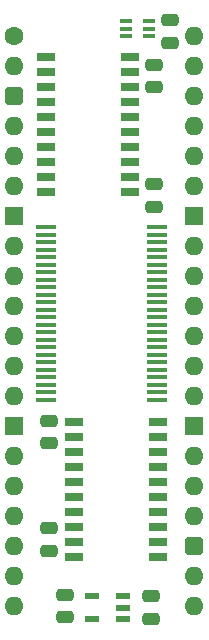
<source format=gts>
%TF.GenerationSoftware,KiCad,Pcbnew,8.0.7*%
%TF.CreationDate,2025-01-03T10:56:50+02:00*%
%TF.ProjectId,Comparator 16bit,436f6d70-6172-4617-946f-722031366269,rev?*%
%TF.SameCoordinates,Original*%
%TF.FileFunction,Soldermask,Top*%
%TF.FilePolarity,Negative*%
%FSLAX46Y46*%
G04 Gerber Fmt 4.6, Leading zero omitted, Abs format (unit mm)*
G04 Created by KiCad (PCBNEW 8.0.7) date 2025-01-03 10:56:50*
%MOMM*%
%LPD*%
G01*
G04 APERTURE LIST*
G04 Aperture macros list*
%AMRoundRect*
0 Rectangle with rounded corners*
0 $1 Rounding radius*
0 $2 $3 $4 $5 $6 $7 $8 $9 X,Y pos of 4 corners*
0 Add a 4 corners polygon primitive as box body*
4,1,4,$2,$3,$4,$5,$6,$7,$8,$9,$2,$3,0*
0 Add four circle primitives for the rounded corners*
1,1,$1+$1,$2,$3*
1,1,$1+$1,$4,$5*
1,1,$1+$1,$6,$7*
1,1,$1+$1,$8,$9*
0 Add four rect primitives between the rounded corners*
20,1,$1+$1,$2,$3,$4,$5,0*
20,1,$1+$1,$4,$5,$6,$7,0*
20,1,$1+$1,$6,$7,$8,$9,0*
20,1,$1+$1,$8,$9,$2,$3,0*%
G04 Aperture macros list end*
%ADD10RoundRect,0.250000X-0.475000X0.250000X-0.475000X-0.250000X0.475000X-0.250000X0.475000X0.250000X0*%
%ADD11R,1.000000X0.450000*%
%ADD12R,1.800000X0.430000*%
%ADD13RoundRect,0.250000X0.475000X-0.250000X0.475000X0.250000X-0.475000X0.250000X-0.475000X-0.250000X0*%
%ADD14R,1.550000X0.650000*%
%ADD15R,1.150000X0.600000*%
%ADD16C,1.600000*%
%ADD17O,1.600000X1.600000*%
%ADD18RoundRect,0.400000X-0.400000X-0.400000X0.400000X-0.400000X0.400000X0.400000X-0.400000X0.400000X0*%
%ADD19R,1.600000X1.600000*%
G04 APERTURE END LIST*
D10*
%TO.C,C2*%
X2921000Y-32594000D03*
X2921000Y-34494000D03*
%TD*%
D11*
%TO.C,IC4*%
X9414000Y1285000D03*
X9414000Y635000D03*
X9414000Y-15000D03*
X11414000Y-15000D03*
X11414000Y635000D03*
X11414000Y1285000D03*
%TD*%
D12*
%TO.C,IC2*%
X12066000Y-30797000D03*
X12066000Y-30163000D03*
X12066000Y-29527000D03*
X12066000Y-28893000D03*
X12066000Y-28257000D03*
X12066000Y-27623000D03*
X12066000Y-26987000D03*
X12066000Y-26353000D03*
X12066000Y-25717000D03*
X12066000Y-25083000D03*
X12066000Y-24447000D03*
X12066000Y-23813000D03*
X12066000Y-23177000D03*
X12066000Y-22543000D03*
X12066000Y-21907000D03*
X12066000Y-21273000D03*
X12066000Y-20637000D03*
X12066000Y-20003000D03*
X12066000Y-19367000D03*
X12066000Y-18733000D03*
X12066000Y-18097000D03*
X12066000Y-17463000D03*
X12066000Y-16827000D03*
X12066000Y-16193000D03*
X2666000Y-16193000D03*
X2666000Y-16827000D03*
X2666000Y-17463000D03*
X2666000Y-18097000D03*
X2666000Y-18733000D03*
X2666000Y-19367000D03*
X2666000Y-20003000D03*
X2666000Y-20637000D03*
X2666000Y-21273000D03*
X2666000Y-21907000D03*
X2666000Y-22543000D03*
X2666000Y-23177000D03*
X2666000Y-23813000D03*
X2666000Y-24447000D03*
X2666000Y-25083000D03*
X2666000Y-25717000D03*
X2666000Y-26353000D03*
X2666000Y-26987000D03*
X2666000Y-27623000D03*
X2666000Y-28257000D03*
X2666000Y-28893000D03*
X2666000Y-29527000D03*
X2666000Y-30163000D03*
X2666000Y-30797000D03*
%TD*%
D13*
%TO.C,C1*%
X11785600Y-14446800D03*
X11785600Y-12546800D03*
%TD*%
D10*
%TO.C,C4*%
X11811000Y-2418000D03*
X11811000Y-4318000D03*
%TD*%
D13*
%TO.C,C8*%
X11582400Y-49346400D03*
X11582400Y-47446400D03*
%TD*%
D14*
%TO.C,IC3*%
X2655000Y-1778000D03*
X2655000Y-3048000D03*
X2655000Y-4318000D03*
X2655000Y-5588000D03*
X2655000Y-6858000D03*
X2655000Y-8128000D03*
X2655000Y-9398000D03*
X2655000Y-10668000D03*
X2655000Y-11938000D03*
X2655000Y-13208000D03*
X9779000Y-13208000D03*
X9779000Y-11938000D03*
X9779000Y-10668000D03*
X9779000Y-9398000D03*
X9779000Y-8128000D03*
X9779000Y-6858000D03*
X9779000Y-5588000D03*
X9779000Y-4318000D03*
X9779000Y-3048000D03*
X9779000Y-1778000D03*
%TD*%
%TO.C,IC1*%
X5074000Y-32639000D03*
X5074000Y-33909000D03*
X5074000Y-35179000D03*
X5074000Y-36449000D03*
X5074000Y-37719000D03*
X5074000Y-38989000D03*
X5074000Y-40259000D03*
X5074000Y-41529000D03*
X5074000Y-42799000D03*
X5074000Y-44069000D03*
X12198000Y-44069000D03*
X12198000Y-42799000D03*
X12198000Y-41529000D03*
X12198000Y-40259000D03*
X12198000Y-38989000D03*
X12198000Y-37719000D03*
X12198000Y-36449000D03*
X12198000Y-35179000D03*
X12198000Y-33909000D03*
X12198000Y-32639000D03*
%TD*%
D10*
%TO.C,C3*%
X2921000Y-41661000D03*
X2921000Y-43561000D03*
%TD*%
%TO.C,C9*%
X4318000Y-47326000D03*
X4318000Y-49226000D03*
%TD*%
D15*
%TO.C,IC5*%
X9174000Y-49337000D03*
X9174000Y-48387000D03*
X9174000Y-47437000D03*
X6574000Y-47437000D03*
X6574000Y-49337000D03*
%TD*%
D10*
%TO.C,C5*%
X13208000Y1315000D03*
X13208000Y-585000D03*
%TD*%
D16*
%TO.C,J2*%
X0Y0D03*
D17*
X0Y-2540000D03*
D18*
X0Y-5080000D03*
D17*
X0Y-7620000D03*
X0Y-10160000D03*
X0Y-12700000D03*
D19*
X0Y-15240000D03*
D17*
X0Y-17780000D03*
X0Y-20320000D03*
X0Y-22860000D03*
X0Y-25400000D03*
X0Y-27940000D03*
X0Y-30480000D03*
D19*
X0Y-33020000D03*
D17*
X0Y-35560000D03*
X0Y-38100000D03*
X0Y-40640000D03*
X0Y-43180000D03*
X0Y-45720000D03*
X0Y-48260000D03*
X15240000Y-48260000D03*
X15240000Y-45720000D03*
D18*
X15240000Y-43180000D03*
D17*
X15240000Y-40640000D03*
X15240000Y-38100000D03*
X15240000Y-35560000D03*
D19*
X15240000Y-33020000D03*
D17*
X15240000Y-30480000D03*
X15240000Y-27940000D03*
X15240000Y-25400000D03*
X15240000Y-22860000D03*
X15240000Y-20320000D03*
X15240000Y-17780000D03*
D19*
X15240000Y-15240000D03*
D17*
X15240000Y-12700000D03*
X15240000Y-10160000D03*
X15240000Y-7620000D03*
X15240000Y-5080000D03*
X15240000Y-2540000D03*
X15240000Y0D03*
%TD*%
M02*

</source>
